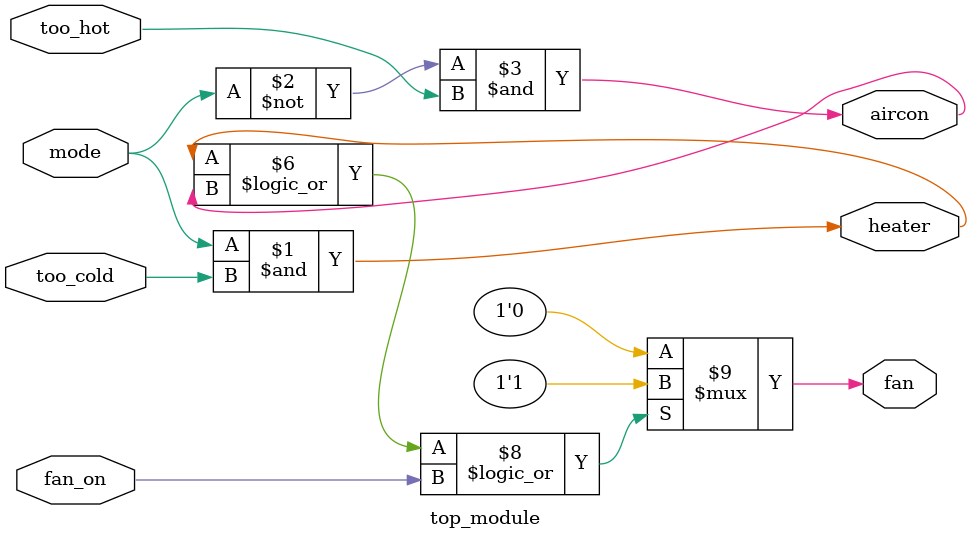
<source format=v>
module top_module (
    input too_cold,
    input too_hot,
    input mode,
    input fan_on,
    output heater,
    output aircon,
    output fan
); 
    assign heater = (mode & too_cold);
    assign aircon = (~mode & too_hot);
    assign fan = (heater == 1 || aircon == 1 || fan_on == 1) ? 1'b1:1'b0;
   
endmodule

</source>
